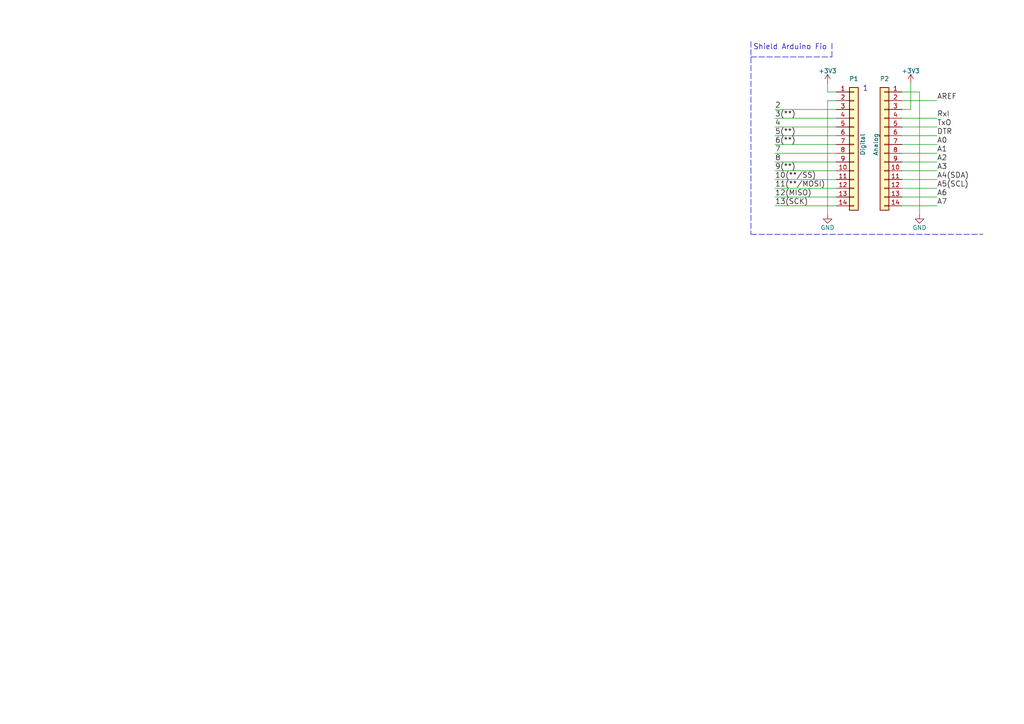
<source format=kicad_sch>
(kicad_sch (version 20210126) (generator eeschema)
  (paper "A4")
  (title_block (date "sam. 04 avril 2015"))
  (lib_symbols
    (symbol "Connector_Generic:Conn_01x14" (pin_names (offset 1.016) hide)
      (property "Reference" "J" (at 0 17.78 0))
      (property "Value" "Conn_01x14" (at 0 -20.32 0))
      (symbol "Conn_01x14_1_1"
        (rectangle (start -1.27 -4.953) (end 0 -5.207) (stroke (width 0.1524)))
        (rectangle (start -1.27 -7.493) (end 0 -7.747) (stroke (width 0.1524)))
        (rectangle (start -1.27 -10.033) (end 0 -10.287) (stroke (width 0.1524)))
        (rectangle (start -1.27 -12.573) (end 0 -12.827) (stroke (width 0.1524)))
        (rectangle (start -1.27 -15.113) (end 0 -15.367) (stroke (width 0.1524)))
        (rectangle (start -1.27 -17.653) (end 0 -17.907) (stroke (width 0.1524)))
        (rectangle (start -1.27 -2.413) (end 0 -2.667) (stroke (width 0.1524)))
        (rectangle (start -1.27 2.667) (end 0 2.413) (stroke (width 0.1524)))
        (rectangle (start -1.27 5.207) (end 0 4.953) (stroke (width 0.1524)))
        (rectangle (start -1.27 7.747) (end 0 7.493) (stroke (width 0.1524)))
        (rectangle (start -1.27 10.287) (end 0 10.033) (stroke (width 0.1524)))
        (rectangle (start -1.27 0.127) (end 0 -0.127) (stroke (width 0.1524)))
        (rectangle (start -1.27 12.827) (end 0 12.573) (stroke (width 0.1524)))
        (rectangle (start -1.27 15.367) (end 0 15.113) (stroke (width 0.1524)))
        (rectangle (start -1.27 16.51) (end 1.27 -19.05) (stroke (width 0.254)) (fill (type background)))
        (pin passive line (at -5.08 15.24 0) (length 3.81) (name "Pin_1") (number "1"))
        (pin passive line (at -5.08 -7.62 0) (length 3.81) (name "Pin_10") (number "10"))
        (pin passive line (at -5.08 -10.16 0) (length 3.81) (name "Pin_11") (number "11"))
        (pin passive line (at -5.08 -12.7 0) (length 3.81) (name "Pin_12") (number "12"))
        (pin passive line (at -5.08 -15.24 0) (length 3.81) (name "Pin_13") (number "13"))
        (pin passive line (at -5.08 -17.78 0) (length 3.81) (name "Pin_14") (number "14"))
        (pin passive line (at -5.08 12.7 0) (length 3.81) (name "Pin_2") (number "2"))
        (pin passive line (at -5.08 10.16 0) (length 3.81) (name "Pin_3") (number "3"))
        (pin passive line (at -5.08 7.62 0) (length 3.81) (name "Pin_4") (number "4"))
        (pin passive line (at -5.08 5.08 0) (length 3.81) (name "Pin_5") (number "5"))
        (pin passive line (at -5.08 2.54 0) (length 3.81) (name "Pin_6") (number "6"))
        (pin passive line (at -5.08 0 0) (length 3.81) (name "Pin_7") (number "7"))
        (pin passive line (at -5.08 -2.54 0) (length 3.81) (name "Pin_8") (number "8"))
        (pin passive line (at -5.08 -5.08 0) (length 3.81) (name "Pin_9") (number "9"))
      )
    )
    (symbol "power:+3.3V" (power) (pin_names (offset 0))
      (property "Value" "+3.3V" (at 0 3.556 0))
      (symbol "+3.3V_0_1"
        (polyline (pts (xy -0.762 1.27) (xy 0 2.54)))
        (polyline (pts (xy 0 0) (xy 0 2.54)))
        (polyline (pts (xy 0 2.54) (xy 0.762 1.27)))
      )
      (symbol "+3.3V_1_1"
        (pin power_in line (at 0 0 90) (length 0) hide (name "+3V3") (number "1"))
      )
    )
    (symbol "power:GND" (power) (pin_names (offset 0))
      (property "Value" "GND" (at 0 -3.81 0))
      (symbol "GND_0_1"
        (polyline (pts (xy 0 0) (xy 0 -1.27) (xy 1.27 -1.27) (xy 0 -2.54) (xy -1.27 -1.27) (xy 0 -1.27)))
      )
      (symbol "GND_1_1"
        (pin power_in line (at 0 0 270) (length 0) hide (name "GND") (number "1"))
      )
    )
  )
  (wire (pts (xy 224.79 31.75) (xy 242.57 31.75)))
  (wire (pts (xy 224.79 34.29) (xy 242.57 34.29)))
  (wire (pts (xy 224.79 36.83) (xy 242.57 36.83)))
  (wire (pts (xy 224.79 41.91) (xy 242.57 41.91)))
  (wire (pts (xy 224.79 44.45) (xy 242.57 44.45)))
  (wire (pts (xy 224.79 46.99) (xy 242.57 46.99)))
  (wire (pts (xy 224.79 52.07) (xy 242.57 52.07)))
  (wire (pts (xy 224.79 54.61) (xy 242.57 54.61)))
  (wire (pts (xy 224.79 57.15) (xy 242.57 57.15)))
  (wire (pts (xy 240.03 26.67) (xy 240.03 24.13)))
  (wire (pts (xy 240.03 29.21) (xy 240.03 62.23)))
  (wire (pts (xy 242.57 26.67) (xy 240.03 26.67)))
  (wire (pts (xy 242.57 29.21) (xy 240.03 29.21)))
  (wire (pts (xy 242.57 39.37) (xy 224.79 39.37)))
  (wire (pts (xy 242.57 49.53) (xy 224.79 49.53)))
  (wire (pts (xy 242.57 59.69) (xy 224.79 59.69)))
  (wire (pts (xy 261.62 26.67) (xy 266.7 26.67)))
  (wire (pts (xy 261.62 29.21) (xy 271.78 29.21)))
  (wire (pts (xy 261.62 31.75) (xy 264.16 31.75)))
  (wire (pts (xy 261.62 44.45) (xy 271.78 44.45)))
  (wire (pts (xy 261.62 54.61) (xy 271.78 54.61)))
  (wire (pts (xy 264.16 31.75) (xy 264.16 24.13)))
  (wire (pts (xy 266.7 26.67) (xy 266.7 62.23)))
  (wire (pts (xy 271.78 34.29) (xy 261.62 34.29)))
  (wire (pts (xy 271.78 36.83) (xy 261.62 36.83)))
  (wire (pts (xy 271.78 39.37) (xy 261.62 39.37)))
  (wire (pts (xy 271.78 41.91) (xy 261.62 41.91)))
  (wire (pts (xy 271.78 46.99) (xy 261.62 46.99)))
  (wire (pts (xy 271.78 49.53) (xy 261.62 49.53)))
  (wire (pts (xy 271.78 52.07) (xy 261.62 52.07)))
  (wire (pts (xy 271.78 57.15) (xy 261.62 57.15)))
  (wire (pts (xy 271.78 59.69) (xy 261.62 59.69)))
  (polyline (pts (xy 217.805 12.065) (xy 217.805 67.945)) (stroke (width 0) (type dash)))
  (polyline (pts (xy 217.805 16.51) (xy 241.3 16.51)) (stroke (width 0) (type dash)))
  (polyline (pts (xy 217.805 67.945) (xy 285.115 67.945)) (stroke (width 0) (type dash)))
  (polyline (pts (xy 241.3 16.51) (xy 241.3 12.065)) (stroke (width 0) (type dash)))
  (text "Shield Arduino Fio " (at 218.44 14.605 0) (effects (font (size 1.524 1.524)) (justify left bottom)))
  (text "1" (at 250.19 26.67 0) (effects (font (size 1.524 1.524)) (justify left bottom)))
  (label "2" (at 224.79 31.75 0) (effects (font (size 1.524 1.524))))
  (label "3(**)" (at 224.79 34.29 0) (effects (font (size 1.524 1.524))))
  (label "4" (at 224.79 36.83 0) (effects (font (size 1.524 1.524))))
  (label "5(**)" (at 224.79 39.37 0) (effects (font (size 1.524 1.524))))
  (label "6(**)" (at 224.79 41.91 0) (effects (font (size 1.524 1.524))))
  (label "7" (at 224.79 44.45 0) (effects (font (size 1.524 1.524))))
  (label "8" (at 224.79 46.99 0) (effects (font (size 1.524 1.524))))
  (label "9(**)" (at 224.79 49.53 0) (effects (font (size 1.524 1.524))))
  (label "10(**/SS)" (at 224.79 52.07 0) (effects (font (size 1.524 1.524))))
  (label "11(**/MOSI)" (at 224.79 54.61 0) (effects (font (size 1.524 1.524))))
  (label "12(MISO)" (at 224.79 57.15 0) (effects (font (size 1.524 1.524))))
  (label "13(SCK)" (at 224.79 59.69 0) (effects (font (size 1.524 1.524))))
  (label "AREF" (at 271.78 29.21 0) (effects (font (size 1.524 1.524))))
  (label "RxI" (at 271.78 34.29 0) (effects (font (size 1.524 1.524))))
  (label "TxO" (at 271.78 36.83 0) (effects (font (size 1.524 1.524))))
  (label "DTR" (at 271.78 39.37 0) (effects (font (size 1.524 1.524))))
  (label "A0" (at 271.78 41.91 0) (effects (font (size 1.524 1.524))))
  (label "A1" (at 271.78 44.45 0) (effects (font (size 1.524 1.524))))
  (label "A2" (at 271.78 46.99 0) (effects (font (size 1.524 1.524))))
  (label "A3" (at 271.78 49.53 0) (effects (font (size 1.524 1.524))))
  (label "A4(SDA)" (at 271.78 52.07 0) (effects (font (size 1.524 1.524))))
  (label "A5(SCL)" (at 271.78 54.61 0) (effects (font (size 1.524 1.524))))
  (label "A6" (at 271.78 57.15 0) (effects (font (size 1.524 1.524))))
  (label "A7" (at 271.78 59.69 0) (effects (font (size 1.524 1.524))))
  (symbol (lib_id "power:+3.3V") (at 240.03 24.13 0) (unit 1)
    (property "Reference" "#PWR01" (effects hide))
    (property "Value" "+3.3V" (at 240.03 20.574 0))
  )
  (symbol (lib_id "power:+3.3V") (at 264.16 24.13 0) (unit 1)
    (property "Reference" "#PWR03" (effects hide))
    (property "Value" "+3.3V" (at 264.16 20.574 0))
  )
  (symbol (lib_id "power:GND") (at 240.03 62.23 0) (unit 1)
    (property "Reference" "#PWR02" (effects hide))
    (property "Value" "GND" (at 240.03 66.04 0))
  )
  (symbol (lib_id "power:GND") (at 266.7 62.23 0) (unit 1)
    (property "Reference" "#PWR04" (effects hide))
    (property "Value" "GND" (at 266.7 66.04 0))
  )
  (symbol (lib_id "Connector_Generic:Conn_01x14") (at 247.65 41.91 0) (unit 1)
    (property "Reference" "P1" (at 247.65 22.86 0))
    (property "Value" "Digital" (at 250.19 41.91 90))
    (property "Footprint" "Socket_Arduino_Fio:Socket_Strip_Straight_1x14" (effects hide))
  )
  (symbol (lib_id "Connector_Generic:Conn_01x14") (at 256.54 41.91 0) (mirror y) (unit 1)
    (property "Reference" "P2" (at 256.54 22.86 0))
    (property "Value" "Analog" (at 254 41.91 90))
    (property "Footprint" "Socket_Arduino_Fio:Socket_Strip_Straight_1x14" (effects hide))
  )
)
</source>
